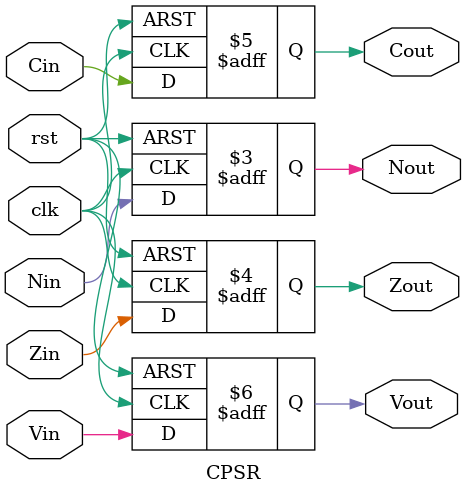
<source format=v>
module CPSR
(
	input clk,
	input rst,
	input Nin,
	input Zin,
	input Cin,
	input Vin,
	output reg Nout,
	output reg Zout,
	output reg Cout,
	output reg Vout
);


	always @ (posedge clk or negedge rst)
		if(!rst)
			begin
				Nout<=0;
				Zout<=0;
				Cout<=0;
				Vout<=0;
			end
		else 
			begin
				Nout<=Nin;
				Zout<=Zin;
				Cout<=Cin;
				Vout<=Vin;
			end
				
	endmodule 
</source>
